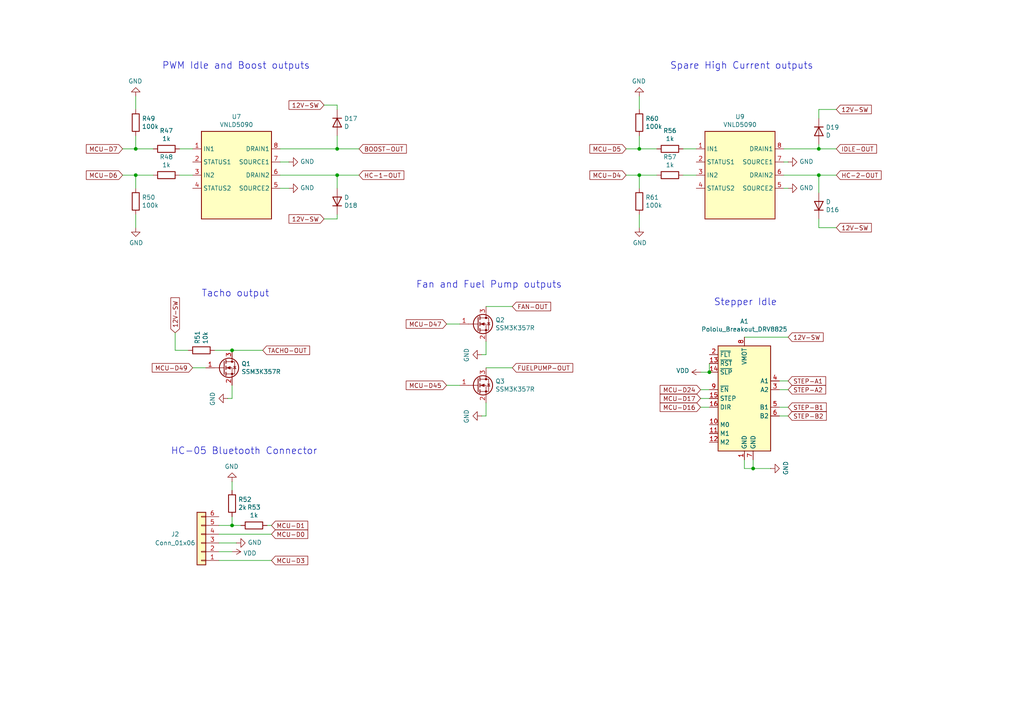
<source format=kicad_sch>
(kicad_sch (version 20250114) (generator "eeschema") (generator_version "9.0")
  (paper "A4")
  (title_block (title "0.4") (date "2021-03-27") (rev "4d") (company "Speeduino"))
  (lib_symbols
    (symbol "Connector_Generic:Conn_01x06" (pin_names (offset 1.016) (hide yes))
      (property "Reference" "J" (at 0 7.62 0))
      (property "Value" "Conn_01x06" (at 0 -10.16 0))
      (symbol "Conn_01x06_1_1"
        (rectangle (start -1.27 6.35) (end 1.27 -8.89) (stroke (width 0.254)) (fill (type background)))
        (rectangle (start -1.27 5.207) (end 0 4.953) (stroke (width 0.1524)))
        (rectangle (start -1.27 2.667) (end 0 2.413) (stroke (width 0.1524)))
        (rectangle (start -1.27 0.127) (end 0 -0.127) (stroke (width 0.1524)))
        (rectangle (start -1.27 -2.413) (end 0 -2.667) (stroke (width 0.1524)))
        (rectangle (start -1.27 -4.953) (end 0 -5.207) (stroke (width 0.1524)))
        (rectangle (start -1.27 -7.493) (end 0 -7.747) (stroke (width 0.1524)))
        (pin passive line (at -5.08 5.08 0) (length 3.81) (name "Pin_1") (number "1"))
        (pin passive line (at -5.08 2.54 0) (length 3.81) (name "Pin_2") (number "2"))
        (pin passive line (at -5.08 0 0) (length 3.81) (name "Pin_3") (number "3"))
        (pin passive line (at -5.08 -2.54 0) (length 3.81) (name "Pin_4") (number "4"))
        (pin passive line (at -5.08 -5.08 0) (length 3.81) (name "Pin_5") (number "5"))
        (pin passive line (at -5.08 -7.62 0) (length 3.81) (name "Pin_6") (number "6"))
      )
    )
    (symbol "Device:D" (pin_numbers (hide yes)) (pin_names (offset 1.016) (hide yes))
      (property "Reference" "D" (at 0 2.54 0))
      (property "Value" "D" (at 0 -2.54 0))
      (symbol "D_0_1"
        (polyline (pts (xy -1.27 1.27) (xy -1.27 -1.27)) (stroke (width 0.254)))
        (polyline (pts (xy 1.27 1.27) (xy 1.27 -1.27) (xy -1.27 0) (xy 1.27 1.27)) (stroke (width 0.254)))
        (polyline (pts (xy 1.27 0) (xy -1.27 0)))
      )
      (symbol "D_1_1"
        (pin passive line (at -3.81 0 0) (length 2.54) (name "K") (number "1"))
        (pin passive line (at 3.81 0 180) (length 2.54) (name "A") (number "2"))
      )
    )
    (symbol "Device:R" (pin_numbers (hide yes)) (pin_names (offset 0))
      (property "Reference" "R" (at 2.032 0 90))
      (property "Value" "R" (at 0 0 90))
      (symbol "R_0_1"
        (rectangle (start -1.016 -2.54) (end 1.016 2.54) (stroke (width 0.254)))
      )
      (symbol "R_1_1"
        (pin passive line (at 0 3.81 270) (length 1.27) (name "~") (number "1"))
        (pin passive line (at 0 -3.81 90) (length 1.27) (name "~") (number "2"))
      )
    )
    (symbol "Driver_Motor:Pololu_Breakout_DRV8825"
      (property "Reference" "A" (at -2.54 16.51 0))
      (property "Value" "Pololu_Breakout_DRV8825" (at -2.54 13.97 0))
      (symbol "Pololu_Breakout_DRV8825_0_1"
        (rectangle (start 7.62 -17.78) (end -7.62 12.7) (stroke (width 0.254)) (fill (type background)))
      )
      (symbol "Pololu_Breakout_DRV8825_1_1"
        (pin output line (at -10.16 10.16 0) (length 2.54) (name "~{FLT}") (number "2"))
        (pin input line (at -10.16 7.62 0) (length 2.54) (name "~{RST}") (number "13"))
        (pin input line (at -10.16 5.08 0) (length 2.54) (name "~{SLP}") (number "14"))
        (pin input line (at -10.16 0 0) (length 2.54) (name "~{EN}") (number "9"))
        (pin input line (at -10.16 -2.54 0) (length 2.54) (name "STEP") (number "15"))
        (pin input line (at -10.16 -5.08 0) (length 2.54) (name "DIR") (number "16"))
        (pin input line (at -10.16 -10.16 0) (length 2.54) (name "M0") (number "10"))
        (pin input line (at -10.16 -12.7 0) (length 2.54) (name "M1") (number "11"))
        (pin input line (at -10.16 -15.24 0) (length 2.54) (name "M2") (number "12"))
        (pin power_in line (at 0 15.24 270) (length 2.54) (name "VMOT") (number "8"))
        (pin power_in line (at 0 -20.32 90) (length 2.54) (name "GND") (number "1"))
        (pin power_in line (at 2.54 -20.32 90) (length 2.54) (name "GND") (number "7"))
        (pin output line (at 10.16 2.54 180) (length 2.54) (name "A1") (number "4"))
        (pin output line (at 10.16 0 180) (length 2.54) (name "A2") (number "3"))
        (pin output line (at 10.16 -5.08 180) (length 2.54) (name "B1") (number "5"))
        (pin output line (at 10.16 -7.62 180) (length 2.54) (name "B2") (number "6"))
      )
    )
    (symbol "Transistor_FET:2N7002" (pin_names (offset 0) (hide yes))
      (property "Reference" "Q" (at 5.08 1.905 0))
      (property "Value" "2N7002" (at 5.08 0 0))
      (symbol "2N7002_0_1"
        (polyline (pts (xy 0.254 1.905) (xy 0.254 -1.905)) (stroke (width 0.254)))
        (polyline (pts (xy 0.254 0) (xy -2.54 0)))
        (polyline (pts (xy 0.762 2.286) (xy 0.762 1.27)) (stroke (width 0.254)))
        (polyline (pts (xy 0.762 0.508) (xy 0.762 -0.508)) (stroke (width 0.254)))
        (polyline (pts (xy 0.762 -1.27) (xy 0.762 -2.286)) (stroke (width 0.254)))
        (polyline (pts (xy 0.762 -1.778) (xy 3.302 -1.778) (xy 3.302 1.778) (xy 0.762 1.778)))
        (polyline (pts (xy 1.016 0) (xy 2.032 0.381) (xy 2.032 -0.381) (xy 1.016 0)) (fill (type outline)))
        (circle (center 1.651 0) (radius 2.794) (stroke (width 0.254)))
        (polyline (pts (xy 2.54 2.54) (xy 2.54 1.778)))
        (circle (center 2.54 1.778) (radius 0.254) (fill (type outline)))
        (circle (center 2.54 -1.778) (radius 0.254) (fill (type outline)))
        (polyline (pts (xy 2.54 -2.54) (xy 2.54 0) (xy 0.762 0)))
        (polyline (pts (xy 2.921 0.381) (xy 3.683 0.381)))
        (polyline (pts (xy 3.302 0.381) (xy 2.921 -0.254) (xy 3.683 -0.254) (xy 3.302 0.381)))
      )
      (symbol "2N7002_1_1"
        (pin input line (at -5.08 0 0) (length 2.54) (name "G") (number "1"))
        (pin passive line (at 2.54 5.08 270) (length 2.54) (name "D") (number "3"))
        (pin passive line (at 2.54 -5.08 90) (length 2.54) (name "S") (number "2"))
      )
    )
    (symbol "power:GND" (power) (pin_numbers (hide yes)) (pin_names (offset 0) (hide yes))
      (property "Value" "GND" (at 0 -3.81 0))
      (symbol "GND_0_1"
        (polyline (pts (xy 0 0) (xy 0 -1.27) (xy 1.27 -1.27) (xy 0 -2.54) (xy -1.27 -1.27) (xy 0 -1.27)))
      )
      (symbol "GND_1_1"
        (pin power_in line (at 0 0 270) (length 0) (name "~") (number "1"))
      )
    )
    (symbol "power:VDD" (power) (pin_numbers (hide yes)) (pin_names (offset 0) (hide yes))
      (property "Value" "VDD" (at 0 3.556 0))
      (symbol "VDD_0_1"
        (polyline (pts (xy -0.762 1.27) (xy 0 2.54)))
        (polyline (pts (xy 0 2.54) (xy 0.762 1.27)))
        (polyline (pts (xy 0 0) (xy 0 2.54)))
      )
      (symbol "VDD_1_1"
        (pin power_in line (at 0 0 90) (length 0) (name "~") (number "1"))
      )
    )
    (symbol "v0.4.4c-rescue:VNLD5090-IC_Automotive"
      (property "Reference" "U" (at -7.62 11.43 0))
      (property "Value" "v0.4.4c-rescue_VNLD5090-IC_Automotive" (at 12.7 11.43 0))
      (symbol "VNLD5090-IC_Automotive_0_1"
        (rectangle (start -7.62 -15.24) (end 12.7 10.16) (stroke (width 0.254)) (fill (type background)))
      )
      (symbol "VNLD5090-IC_Automotive_1_1"
        (pin input line (at -10.16 5.08 0) (length 2.54) (name "IN1") (number "1"))
        (pin output line (at -10.16 1.27 0) (length 2.54) (name "STATUS1") (number "2"))
        (pin input line (at -10.16 -2.54 0) (length 2.54) (name "IN2") (number "3"))
        (pin output line (at -10.16 -6.35 0) (length 2.54) (name "STATUS2") (number "4"))
        (pin output line (at 15.24 5.08 180) (length 2.54) (name "DRAIN1") (number "8"))
        (pin input line (at 15.24 1.27 180) (length 2.54) (name "SOURCE1") (number "7"))
        (pin output line (at 15.24 -2.54 180) (length 2.54) (name "DRAIN2") (number "6"))
        (pin input line (at 15.24 -6.35 180) (length 2.54) (name "SOURCE2") (number "5"))
      )
    )
  )
  (text "Stepper Idle" (at 207.01 88.9 0) (effects (font (size 1.9812 1.9812)) (justify left bottom)))
  (text "PWM Idle and Boost outputs" (at 46.99 20.32 0) (effects (font (size 1.9812 1.9812)) (justify left bottom)))
  (text "Fan and Fuel Pump outputs" (at 120.65 83.82 0) (effects (font (size 1.9812 1.9812)) (justify left bottom)))
  (text "Tacho output" (at 58.42 86.36 0) (effects (font (size 1.9812 1.9812)) (justify left bottom)))
  (text "Spare High Current outputs" (at 194.31 20.32 0) (effects (font (size 1.9812 1.9812)) (justify left bottom)))
  (text "HC-05 Bluetooth Connector" (at 49.53 132.08 0) (effects (font (size 1.9812 1.9812)) (justify left bottom)))
  (junction (at 205.74 107.95))
  (junction (at 39.37 43.18))
  (junction (at 218.44 135.89))
  (junction (at 97.79 50.8))
  (junction (at 97.79 43.18))
  (junction (at 237.49 50.8))
  (junction (at 67.31 101.6))
  (junction (at 237.49 43.18))
  (junction (at 67.31 152.4))
  (junction (at 39.37 50.8))
  (junction (at 185.42 43.18))
  (junction (at 185.42 50.8))
  (wire (pts (xy 237.49 66.04) (xy 237.49 63.5)))
  (wire (pts (xy 67.31 152.4) (xy 69.85 152.4)))
  (wire (pts (xy 68.58 157.48) (xy 63.5 157.48)))
  (wire (pts (xy 237.49 66.04) (xy 242.57 66.04)))
  (wire (pts (xy 67.31 111.76) (xy 67.31 115.57)))
  (wire (pts (xy 181.61 50.8) (xy 185.42 50.8)))
  (wire (pts (xy 237.49 50.8) (xy 242.57 50.8)))
  (wire (pts (xy 226.06 118.11) (xy 228.6 118.11)))
  (wire (pts (xy 55.88 106.68) (xy 59.69 106.68)))
  (wire (pts (xy 129.54 93.98) (xy 133.35 93.98)))
  (wire (pts (xy 39.37 54.61) (xy 39.37 50.8)))
  (wire (pts (xy 93.98 30.48) (xy 97.79 30.48)))
  (wire (pts (xy 39.37 50.8) (xy 44.45 50.8)))
  (wire (pts (xy 215.9 135.89) (xy 215.9 133.35)))
  (wire (pts (xy 140.97 106.68) (xy 148.59 106.68)))
  (wire (pts (xy 185.42 39.37) (xy 185.42 43.18)))
  (wire (pts (xy 185.42 31.75) (xy 185.42 27.94)))
  (wire (pts (xy 226.06 110.49) (xy 228.6 110.49)))
  (wire (pts (xy 97.79 50.8) (xy 97.79 54.61)))
  (wire (pts (xy 62.23 101.6) (xy 67.31 101.6)))
  (wire (pts (xy 63.5 162.56) (xy 78.74 162.56)))
  (wire (pts (xy 52.07 43.18) (xy 55.88 43.18)))
  (wire (pts (xy 227.33 43.18) (xy 237.49 43.18)))
  (wire (pts (xy 97.79 39.37) (xy 97.79 43.18)))
  (wire (pts (xy 81.28 50.8) (xy 97.79 50.8)))
  (wire (pts (xy 223.52 135.89) (xy 218.44 135.89)))
  (wire (pts (xy 140.97 88.9) (xy 148.59 88.9)))
  (wire (pts (xy 203.2 107.95) (xy 205.74 107.95)))
  (wire (pts (xy 104.14 43.18) (xy 97.79 43.18)))
  (wire (pts (xy 185.42 50.8) (xy 190.5 50.8)))
  (wire (pts (xy 140.97 99.06) (xy 140.97 102.87)))
  (wire (pts (xy 205.74 107.95) (xy 205.74 105.41)))
  (wire (pts (xy 81.28 46.99) (xy 83.82 46.99)))
  (wire (pts (xy 39.37 31.75) (xy 39.37 27.94)))
  (wire (pts (xy 181.61 43.18) (xy 185.42 43.18)))
  (wire (pts (xy 129.54 111.76) (xy 133.35 111.76)))
  (wire (pts (xy 63.5 152.4) (xy 67.31 152.4)))
  (wire (pts (xy 218.44 133.35) (xy 218.44 135.89)))
  (wire (pts (xy 237.49 43.18) (xy 242.57 43.18)))
  (wire (pts (xy 97.79 50.8) (xy 104.14 50.8)))
  (wire (pts (xy 67.31 115.57) (xy 66.04 115.57)))
  (wire (pts (xy 215.9 97.79) (xy 228.6 97.79)))
  (wire (pts (xy 203.2 113.03) (xy 205.74 113.03)))
  (wire (pts (xy 97.79 63.5) (xy 93.98 63.5)))
  (wire (pts (xy 52.07 50.8) (xy 55.88 50.8)))
  (wire (pts (xy 39.37 39.37) (xy 39.37 43.18)))
  (wire (pts (xy 35.56 50.8) (xy 39.37 50.8)))
  (wire (pts (xy 237.49 31.75) (xy 242.57 31.75)))
  (wire (pts (xy 228.6 54.61) (xy 227.33 54.61)))
  (wire (pts (xy 50.8 101.6) (xy 54.61 101.6)))
  (wire (pts (xy 140.97 120.65) (xy 139.7 120.65)))
  (wire (pts (xy 67.31 160.02) (xy 63.5 160.02)))
  (wire (pts (xy 67.31 149.86) (xy 67.31 152.4)))
  (wire (pts (xy 97.79 30.48) (xy 97.79 31.75)))
  (wire (pts (xy 67.31 139.7) (xy 67.31 142.24)))
  (wire (pts (xy 39.37 62.23) (xy 39.37 66.04)))
  (wire (pts (xy 77.47 152.4) (xy 78.74 152.4)))
  (wire (pts (xy 237.49 50.8) (xy 237.49 55.88)))
  (wire (pts (xy 78.74 154.94) (xy 63.5 154.94)))
  (wire (pts (xy 97.79 62.23) (xy 97.79 63.5)))
  (wire (pts (xy 203.2 118.11) (xy 205.74 118.11)))
  (wire (pts (xy 44.45 43.18) (xy 39.37 43.18)))
  (wire (pts (xy 205.74 115.57) (xy 203.2 115.57)))
  (wire (pts (xy 35.56 43.18) (xy 39.37 43.18)))
  (wire (pts (xy 185.42 54.61) (xy 185.42 50.8)))
  (wire (pts (xy 227.33 46.99) (xy 228.6 46.99)))
  (wire (pts (xy 190.5 43.18) (xy 185.42 43.18)))
  (wire (pts (xy 83.82 54.61) (xy 81.28 54.61)))
  (wire (pts (xy 237.49 41.91) (xy 237.49 43.18)))
  (wire (pts (xy 97.79 43.18) (xy 81.28 43.18)))
  (wire (pts (xy 228.6 113.03) (xy 226.06 113.03)))
  (wire (pts (xy 218.44 135.89) (xy 215.9 135.89)))
  (wire (pts (xy 237.49 31.75) (xy 237.49 34.29)))
  (wire (pts (xy 50.8 96.52) (xy 50.8 101.6)))
  (wire (pts (xy 228.6 120.65) (xy 226.06 120.65)))
  (wire (pts (xy 140.97 116.84) (xy 140.97 120.65)))
  (wire (pts (xy 67.31 101.6) (xy 76.2 101.6)))
  (wire (pts (xy 227.33 50.8) (xy 237.49 50.8)))
  (wire (pts (xy 185.42 62.23) (xy 185.42 66.04)))
  (wire (pts (xy 198.12 50.8) (xy 201.93 50.8)))
  (wire (pts (xy 140.97 102.87) (xy 139.7 102.87)))
  (wire (pts (xy 198.12 43.18) (xy 201.93 43.18)))
  (global_label "12V-SW" (shape input) (at 50.8 96.52 90) (property "Intersheetrefs" "${INTERSHEET_REFS}" (effects (hide yes))))
  (global_label "MCU-D49" (shape input) (at 55.88 106.68 180) (property "Intersheetrefs" "${INTERSHEET_REFS}" (effects (hide yes))))
  (global_label "BOOST-OUT" (shape input) (at 104.14 43.18 0) (property "Intersheetrefs" "${INTERSHEET_REFS}" (effects (hide yes))))
  (global_label "12V-SW" (shape input) (at 242.57 66.04 0) (property "Intersheetrefs" "${INTERSHEET_REFS}" (effects (hide yes))))
  (global_label "MCU-D24" (shape input) (at 203.2 113.03 180) (property "Intersheetrefs" "${INTERSHEET_REFS}" (effects (hide yes))))
  (global_label "STEP-B1" (shape input) (at 228.6 118.11 0) (property "Intersheetrefs" "${INTERSHEET_REFS}" (effects (hide yes))))
  (global_label "STEP-A1" (shape input) (at 228.6 110.49 0) (property "Intersheetrefs" "${INTERSHEET_REFS}" (effects (hide yes))))
  (global_label "12V-SW" (shape input) (at 93.98 63.5 180) (property "Intersheetrefs" "${INTERSHEET_REFS}" (effects (hide yes))))
  (global_label "12V-SW" (shape input) (at 242.57 31.75 0) (property "Intersheetrefs" "${INTERSHEET_REFS}" (effects (hide yes))))
  (global_label "STEP-A2" (shape input) (at 228.6 113.03 0) (property "Intersheetrefs" "${INTERSHEET_REFS}" (effects (hide yes))))
  (global_label "HC-1-OUT" (shape input) (at 104.14 50.8 0) (property "Intersheetrefs" "${INTERSHEET_REFS}" (effects (hide yes))))
  (global_label "12V-SW" (shape input) (at 228.6 97.79 0) (property "Intersheetrefs" "${INTERSHEET_REFS}" (effects (hide yes))))
  (global_label "MCU-D45" (shape input) (at 129.54 111.76 180) (property "Intersheetrefs" "${INTERSHEET_REFS}" (effects (hide yes))))
  (global_label "MCU-D17" (shape input) (at 203.2 115.57 180) (property "Intersheetrefs" "${INTERSHEET_REFS}" (effects (hide yes))))
  (global_label "MCU-D1" (shape input) (at 78.74 152.4 0) (property "Intersheetrefs" "${INTERSHEET_REFS}" (effects (hide yes))))
  (global_label "MCU-D0" (shape input) (at 78.74 154.94 0) (property "Intersheetrefs" "${INTERSHEET_REFS}" (effects (hide yes))))
  (global_label "MCU-D6" (shape input) (at 35.56 50.8 180) (property "Intersheetrefs" "${INTERSHEET_REFS}" (effects (hide yes))))
  (global_label "TACHO-OUT" (shape input) (at 76.2 101.6 0) (property "Intersheetrefs" "${INTERSHEET_REFS}" (effects (hide yes))))
  (global_label "12V-SW" (shape input) (at 93.98 30.48 180) (property "Intersheetrefs" "${INTERSHEET_REFS}" (effects (hide yes))))
  (global_label "MCU-D7" (shape input) (at 35.56 43.18 180) (property "Intersheetrefs" "${INTERSHEET_REFS}" (effects (hide yes))))
  (global_label "FUELPUMP-OUT" (shape input) (at 148.59 106.68 0) (property "Intersheetrefs" "${INTERSHEET_REFS}" (effects (hide yes))))
  (global_label "HC-2-OUT" (shape input) (at 242.57 50.8 0) (property "Intersheetrefs" "${INTERSHEET_REFS}" (effects (hide yes))))
  (global_label "MCU-D4" (shape input) (at 181.61 50.8 180) (property "Intersheetrefs" "${INTERSHEET_REFS}" (effects (hide yes))))
  (global_label "FAN-OUT" (shape input) (at 148.59 88.9 0) (property "Intersheetrefs" "${INTERSHEET_REFS}" (effects (hide yes))))
  (global_label "MCU-D16" (shape input) (at 203.2 118.11 180) (property "Intersheetrefs" "${INTERSHEET_REFS}" (effects (hide yes))))
  (global_label "MCU-D5" (shape input) (at 181.61 43.18 180) (property "Intersheetrefs" "${INTERSHEET_REFS}" (effects (hide yes))))
  (global_label "STEP-B2" (shape input) (at 228.6 120.65 0) (property "Intersheetrefs" "${INTERSHEET_REFS}" (effects (hide yes))))
  (global_label "MCU-D47" (shape input) (at 129.54 93.98 180) (property "Intersheetrefs" "${INTERSHEET_REFS}" (effects (hide yes))))
  (global_label "IDLE-OUT" (shape input) (at 242.57 43.18 0) (property "Intersheetrefs" "${INTERSHEET_REFS}" (effects (hide yes))))
  (global_label "MCU-D3" (shape input) (at 78.74 162.56 0) (property "Intersheetrefs" "${INTERSHEET_REFS}" (effects (hide yes))))
  (symbol (lib_id "Device:D") (at 237.49 38.1 270) (unit 1)
    (property "Reference" "D19" (at 239.4966 36.9316 90) (effects (justify left)))
    (property "Value" "D" (at 239.4966 39.243 90) (effects (justify left)))
    (property "Footprint" "Diode_SMD:D_SOD-123F" (effects (hide yes)))
    (property "Digikey Part Number" "S110FACT-ND" (effects (hide yes)))
    (property "Manufacturer_Name" "ONSEMI" (effects (hide yes)))
    (property "Manufacturer_Part_Number" "S110FA" (effects (hide yes)))
    (property "URL" "https://www.digikey.com/en/products/detail/on-semiconductor/S110FA/5892098" (effects (hide yes)))
  )
  (symbol (lib_id "v0.4.4c-rescue:VNLD5090-IC_Automotive") (at 66.04 48.26 0) (unit 1)
    (property "Reference" "U7" (at 68.58 33.8582 0))
    (property "Value" "VNLD5090" (at 68.58 36.1696 0))
    (property "Footprint" "Package_SO:SOIC-8_3.9x4.9mm_P1.27mm" (effects (hide yes)))
    (property "Datasheet" "https://www.st.com/resource/en/datasheet/vnld5090-e.pdf" (effects (hide yes)))
    (property "Manufacturer_Name" "STMicro" (effects (hide yes)))
    (property "Manufacturer_Part_Number" "VNLD5090-E" (effects (hide yes)))
    (property "URL" "https://www.digikey.com.au/products/en?keywords=VNLD5090-E" (effects (hide yes)))
    (property "Digikey Part Number" "497-18682-ND" (effects (hide yes)))
  )
  (symbol (lib_id "Device:R") (at 48.26 43.18 270) (unit 1)
    (property "Reference" "R47" (at 48.26 37.9222 90))
    (property "Value" "1k" (at 48.26 40.2336 90))
    (property "Footprint" "Resistor_SMD:R_0805_2012Metric" (effects (hide yes)))
    (property "Digikey Part Number" "311-1.00KCRCT-ND" (effects (hide yes)))
    (property "Manufacturer_Name" "Yageo" (effects (hide yes)))
    (property "Manufacturer_Part_Number" "RC0805FR-071KL" (effects (hide yes)))
    (property "URL" "https://www.digikey.com/product-detail/en/yageo/RC0805FR-071KL/311-1.00KCRCT-ND/730391" (effects (hide yes)))
  )
  (symbol (lib_id "Device:R") (at 48.26 50.8 270) (unit 1)
    (property "Reference" "R48" (at 48.26 45.5422 90))
    (property "Value" "1k" (at 48.26 47.8536 90))
    (property "Footprint" "Resistor_SMD:R_0805_2012Metric" (effects (hide yes)))
    (property "Digikey Part Number" "311-1.00KCRCT-ND" (effects (hide yes)))
    (property "Manufacturer_Name" "Yageo" (effects (hide yes)))
    (property "Manufacturer_Part_Number" "RC0805FR-071KL" (effects (hide yes)))
    (property "URL" "https://www.digikey.com/product-detail/en/yageo/RC0805FR-071KL/311-1.00KCRCT-ND/730391" (effects (hide yes)))
  )
  (symbol (lib_id "Device:R") (at 39.37 58.42 180) (unit 1)
    (property "Reference" "R50" (at 41.148 57.2516 0) (effects (justify right)))
    (property "Value" "100k" (at 41.148 59.563 0) (effects (justify right)))
    (property "Footprint" "Resistor_SMD:R_0805_2012Metric" (effects (hide yes)))
    (property "Digikey Part Number" "311-100KCRCT-ND" (effects (hide yes)))
    (property "Manufacturer_Name" "Yageo" (effects (hide yes)))
    (property "Manufacturer_Part_Number" "RC0805FR-07100KL" (effects (hide yes)))
    (property "URL" "https://www.digikey.com/product-detail/en/yageo/RC0805FR-07100KL/311-100KCRCT-ND/730491" (effects (hide yes)))
  )
  (symbol (lib_id "Device:R") (at 39.37 35.56 180) (unit 1)
    (property "Reference" "R49" (at 41.148 34.3916 0) (effects (justify right)))
    (property "Value" "100k" (at 41.148 36.703 0) (effects (justify right)))
    (property "Footprint" "Resistor_SMD:R_0805_2012Metric" (effects (hide yes)))
    (property "Digikey Part Number" "311-100KCRCT-ND" (effects (hide yes)))
    (property "Manufacturer_Name" "Yageo" (effects (hide yes)))
    (property "Manufacturer_Part_Number" "RC0805FR-07100KL" (effects (hide yes)))
    (property "URL" "https://www.digikey.com/product-detail/en/yageo/RC0805FR-07100KL/311-100KCRCT-ND/730491" (effects (hide yes)))
  )
  (symbol (lib_id "power:GND") (at 39.37 27.94 180) (unit 1)
    (property "Reference" "#PWR056" (effects (hide yes)))
    (property "Value" "GND" (at 39.243 23.5458 0))
  )
  (symbol (lib_id "power:GND") (at 39.37 66.04 0) (unit 1)
    (property "Reference" "#PWR057" (effects (hide yes)))
    (property "Value" "GND" (at 39.497 70.4342 0))
  )
  (symbol (lib_id "power:GND") (at 83.82 46.99 90) (unit 1)
    (property "Reference" "#PWR058" (effects (hide yes)))
    (property "Value" "GND" (at 87.0712 46.863 90) (effects (justify right)))
  )
  (symbol (lib_id "power:GND") (at 83.82 54.61 90) (unit 1)
    (property "Reference" "#PWR059" (effects (hide yes)))
    (property "Value" "GND" (at 87.0712 54.483 90) (effects (justify right)))
  )
  (symbol (lib_id "v0.4.4c-rescue:VNLD5090-IC_Automotive") (at 212.09 48.26 0) (unit 1)
    (property "Reference" "U9" (at 214.63 33.8582 0))
    (property "Value" "VNLD5090" (at 214.63 36.1696 0))
    (property "Footprint" "Package_SO:SOIC-8_3.9x4.9mm_P1.27mm" (effects (hide yes)))
    (property "Datasheet" "https://www.st.com/resource/en/datasheet/vnld5090-e.pdf" (effects (hide yes)))
    (property "Manufacturer_Name" "STMicro" (effects (hide yes)))
    (property "Manufacturer_Part_Number" "VNLD5090-E" (effects (hide yes)))
    (property "URL" "https://www.digikey.com.au/products/en?keywords=VNLD5090-E" (effects (hide yes)))
    (property "Digikey Part Number" "497-18682-ND" (effects (hide yes)))
  )
  (symbol (lib_id "Device:R") (at 194.31 43.18 270) (unit 1)
    (property "Reference" "R56" (at 194.31 37.9222 90))
    (property "Value" "1k" (at 194.31 40.2336 90))
    (property "Footprint" "Resistor_SMD:R_0805_2012Metric" (effects (hide yes)))
    (property "Digikey Part Number" "311-1.00KCRCT-ND" (effects (hide yes)))
    (property "Manufacturer_Name" "Yageo" (effects (hide yes)))
    (property "Manufacturer_Part_Number" "RC0805FR-071KL" (effects (hide yes)))
    (property "URL" "https://www.digikey.com/product-detail/en/yageo/RC0805FR-071KL/311-1.00KCRCT-ND/730391" (effects (hide yes)))
  )
  (symbol (lib_id "Device:R") (at 194.31 50.8 270) (unit 1)
    (property "Reference" "R57" (at 194.31 45.5422 90))
    (property "Value" "1k" (at 194.31 47.8536 90))
    (property "Footprint" "Resistor_SMD:R_0805_2012Metric" (effects (hide yes)))
    (property "Digikey Part Number" "311-1.00KCRCT-ND" (effects (hide yes)))
    (property "Manufacturer_Name" "Yageo" (effects (hide yes)))
    (property "Manufacturer_Part_Number" "RC0805FR-071KL" (effects (hide yes)))
    (property "URL" "https://www.digikey.com/product-detail/en/yageo/RC0805FR-071KL/311-1.00KCRCT-ND/730391" (effects (hide yes)))
  )
  (symbol (lib_id "Device:R") (at 185.42 58.42 180) (unit 1)
    (property "Reference" "R61" (at 187.198 57.2516 0) (effects (justify right)))
    (property "Value" "100k" (at 187.198 59.563 0) (effects (justify right)))
    (property "Footprint" "Resistor_SMD:R_0805_2012Metric" (effects (hide yes)))
    (property "Digikey Part Number" "311-100KCRCT-ND" (effects (hide yes)))
    (property "Manufacturer_Name" "Yageo" (effects (hide yes)))
    (property "Manufacturer_Part_Number" "RC0805FR-07100KL" (effects (hide yes)))
    (property "URL" "https://www.digikey.com/product-detail/en/yageo/RC0805FR-07100KL/311-100KCRCT-ND/730491" (effects (hide yes)))
  )
  (symbol (lib_id "Device:R") (at 185.42 35.56 180) (unit 1)
    (property "Reference" "R60" (at 187.198 34.3916 0) (effects (justify right)))
    (property "Value" "100k" (at 187.198 36.703 0) (effects (justify right)))
    (property "Footprint" "Resistor_SMD:R_0805_2012Metric" (effects (hide yes)))
    (property "Digikey Part Number" "311-100KCRCT-ND" (effects (hide yes)))
    (property "Manufacturer_Name" "Yageo" (effects (hide yes)))
    (property "Manufacturer_Part_Number" "RC0805FR-07100KL" (effects (hide yes)))
    (property "URL" "https://www.digikey.com/product-detail/en/yageo/RC0805FR-07100KL/311-100KCRCT-ND/730491" (effects (hide yes)))
  )
  (symbol (lib_id "power:GND") (at 185.42 27.94 180) (unit 1)
    (property "Reference" "#PWR065" (effects (hide yes)))
    (property "Value" "GND" (at 185.293 23.5458 0))
  )
  (symbol (lib_id "power:GND") (at 185.42 66.04 0) (unit 1)
    (property "Reference" "#PWR066" (effects (hide yes)))
    (property "Value" "GND" (at 185.547 70.4342 0))
  )
  (symbol (lib_id "power:GND") (at 228.6 46.99 90) (unit 1)
    (property "Reference" "#PWR069" (effects (hide yes)))
    (property "Value" "GND" (at 231.8512 46.863 90) (effects (justify right)))
  )
  (symbol (lib_id "power:GND") (at 228.6 54.61 90) (unit 1)
    (property "Reference" "#PWR070" (effects (hide yes)))
    (property "Value" "GND" (at 231.8512 54.483 90) (effects (justify right)))
  )
  (symbol (lib_id "Device:R") (at 58.42 101.6 270) (unit 1)
    (property "Reference" "R51" (at 57.2516 99.822 0) (effects (justify right)))
    (property "Value" "10k" (at 59.563 99.822 0) (effects (justify right)))
    (property "Footprint" "Resistor_SMD:R_0805_2012Metric" (effects (hide yes)))
    (property "Digikey Part Number" "311-10KARCT-ND" (effects (hide yes)))
    (property "Manufacturer_Name" "Yageo" (effects (hide yes)))
    (property "Manufacturer_Part_Number" "RC0805JR-0710KL" (effects (hide yes)))
    (property "URL" "https://www.digikey.com/product-detail/en/yageo/RC0805JR-0710KL/311-10KARCT-ND/731188" (effects (hide yes)))
  )
  (symbol (lib_id "Connector_Generic:Conn_01x06") (at 58.42 157.48 180) (unit 1)
    (property "Reference" "J2" (at 50.8 154.94 0))
    (property "Value" "Conn_01x06" (at 50.8 157.48 0))
    (property "Footprint" "Connector_PinHeader_2.54mm:PinHeader_1x06_P2.54mm_Vertical" (effects (hide yes)))
  )
  (symbol (lib_id "power:VDD") (at 67.31 160.02 270) (unit 1)
    (property "Reference" "#PWR061" (effects (hide yes)))
    (property "Value" "VDD" (at 70.5612 160.4518 90) (effects (justify left)))
  )
  (symbol (lib_id "power:GND") (at 68.58 157.48 90) (unit 1)
    (property "Reference" "#PWR062" (effects (hide yes)))
    (property "Value" "GND" (at 71.8312 157.353 90) (effects (justify right)))
  )
  (symbol (lib_id "Device:R") (at 73.66 152.4 270) (unit 1)
    (property "Reference" "R53" (at 73.66 147.1422 90))
    (property "Value" "1k" (at 73.66 149.4536 90))
    (property "Footprint" "Resistor_SMD:R_0805_2012Metric" (effects (hide yes)))
    (property "Digikey Part Number" "311-1.00KCRCT-ND" (effects (hide yes)))
    (property "Manufacturer_Name" "Yageo" (effects (hide yes)))
    (property "Manufacturer_Part_Number" "RC0805FR-071KL" (effects (hide yes)))
    (property "URL" "https://www.digikey.com/product-detail/en/yageo/RC0805FR-071KL/311-1.00KCRCT-ND/730391" (effects (hide yes)))
  )
  (symbol (lib_id "Device:R") (at 67.31 146.05 180) (unit 1)
    (property "Reference" "R52" (at 69.088 144.8816 0) (effects (justify right)))
    (property "Value" "2k" (at 69.088 147.193 0) (effects (justify right)))
    (property "Footprint" "Resistor_SMD:R_0805_2012Metric" (effects (hide yes)))
    (property "Digikey Part Number" "311-2.00KCRCT-ND" (effects (hide yes)))
    (property "Manufacturer_Name" "Yageo" (effects (hide yes)))
    (property "Manufacturer_Part_Number" "RC0805FR-072KL" (effects (hide yes)))
    (property "URL" "https://www.digikey.com/product-detail/en/yageo/RC0805FR-072KL/311-2.00KCRCT-ND/730611" (effects (hide yes)))
  )
  (symbol (lib_id "power:GND") (at 67.31 139.7 180) (unit 1)
    (property "Reference" "#PWR060" (effects (hide yes)))
    (property "Value" "GND" (at 67.183 135.3058 0))
  )
  (symbol (lib_id "Driver_Motor:Pololu_Breakout_DRV8825") (at 215.9 113.03 0) (unit 1)
    (property "Reference" "A1" (at 215.9 93.1926 0))
    (property "Value" "Pololu_Breakout_DRV8825" (at 215.9 95.504 0))
    (property "Footprint" "Module:Pololu_Breakout-16_15.2x20.3mm" (effects (hide yes)))
    (property "Datasheet" "https://www.pololu.com/product/2982" (effects (hide yes)))
  )
  (symbol (lib_id "power:GND") (at 223.52 135.89 90) (unit 1)
    (property "Reference" "#PWR0110" (effects (hide yes)))
    (property "Value" "GND" (at 227.9142 135.763 0))
  )
  (symbol (lib_id "power:VDD") (at 203.2 107.95 90) (unit 1)
    (property "Reference" "#PWR0111" (effects (hide yes)))
    (property "Value" "VDD" (at 199.9488 107.5182 90) (effects (justify left)))
  )
  (symbol (lib_id "Transistor_FET:2N7002") (at 64.77 106.68 0) (unit 1)
    (property "Reference" "Q1" (at 70.0024 105.5116 0) (effects (justify left)))
    (property "Value" "SSM3K357R" (at 70.0024 107.823 0) (effects (justify left)))
    (property "Footprint" "Package_TO_SOT_SMD:SOT-23" (effects (hide yes)))
    (property "Datasheet" "https://www.mouser.com/datasheet/2/408/SSM3K357R_datasheet_en_20180124-1316146.pdf" (effects (hide yes)))
    (property "Digikey Part Number" "SSM3K357RLFCT-ND " (effects (hide yes)))
    (property "Manufacturer_Name" "Toshiba" (effects (hide yes)))
    (property "Manufacturer_Part_Number" "SSM3K357R" (effects (hide yes)))
    (property "URL" "https://www.digikey.com.au/product-detail/en/toshiba-semiconductor-and-storage/SSM3K357RLF/SSM3K357RLFCT-ND/8611183" (effects (hide yes)))
  )
  (symbol (lib_id "Transistor_FET:2N7002") (at 138.43 111.76 0) (unit 1)
    (property "Reference" "Q3" (at 143.6624 110.5916 0) (effects (justify left)))
    (property "Value" "SSM3K357R" (at 143.6624 112.903 0) (effects (justify left)))
    (property "Footprint" "Package_TO_SOT_SMD:SOT-23" (effects (hide yes)))
    (property "Datasheet" "https://www.mouser.com/datasheet/2/408/SSM3K357R_datasheet_en_20180124-1316146.pdf" (effects (hide yes)))
    (property "Digikey Part Number" "SSM3K357RLFCT-ND " (effects (hide yes)))
    (property "Manufacturer_Name" "Toshiba" (effects (hide yes)))
    (property "Manufacturer_Part_Number" "SSM3K357R" (effects (hide yes)))
    (property "URL" "https://www.digikey.com.au/product-detail/en/toshiba-semiconductor-and-storage/SSM3K357RLF/SSM3K357RLFCT-ND/8611183" (effects (hide yes)))
  )
  (symbol (lib_id "Transistor_FET:2N7002") (at 138.43 93.98 0) (unit 1)
    (property "Reference" "Q2" (at 143.6624 92.8116 0) (effects (justify left)))
    (property "Value" "SSM3K357R" (at 143.6624 95.123 0) (effects (justify left)))
    (property "Footprint" "Package_TO_SOT_SMD:SOT-23" (effects (hide yes)))
    (property "Datasheet" "https://www.mouser.com/datasheet/2/408/SSM3K357R_datasheet_en_20180124-1316146.pdf" (effects (hide yes)))
    (property "Digikey Part Number" "SSM3K357RLFCT-ND " (effects (hide yes)))
    (property "Manufacturer_Name" "Toshiba" (effects (hide yes)))
    (property "Manufacturer_Part_Number" "SSM3K357R" (effects (hide yes)))
    (property "URL" "https://www.digikey.com.au/product-detail/en/toshiba-semiconductor-and-storage/SSM3K357RLF/SSM3K357RLFCT-ND/8611183" (effects (hide yes)))
  )
  (symbol (lib_id "power:GND") (at 139.7 120.65 270) (unit 1)
    (property "Reference" "#PWR0112" (effects (hide yes)))
    (property "Value" "GND" (at 135.3058 120.777 0))
  )
  (symbol (lib_id "power:GND") (at 139.7 102.87 270) (unit 1)
    (property "Reference" "#PWR0113" (effects (hide yes)))
    (property "Value" "GND" (at 135.3058 102.997 0))
  )
  (symbol (lib_id "power:GND") (at 66.04 115.57 270) (unit 1)
    (property "Reference" "#PWR0114" (effects (hide yes)))
    (property "Value" "GND" (at 61.6458 115.697 0))
  )
  (symbol (lib_id "Device:D") (at 237.49 59.69 270) (mirror x) (unit 1)
    (property "Reference" "D16" (at 239.4966 60.8584 90) (effects (justify left)))
    (property "Value" "D" (at 239.4966 58.547 90) (effects (justify left)))
    (property "Footprint" "Diode_SMD:D_SOD-123F" (effects (hide yes)))
    (property "Digikey Part Number" "S110FACT-ND" (effects (hide yes)))
    (property "Manufacturer_Name" "ONSEMI" (effects (hide yes)))
    (property "Manufacturer_Part_Number" "S110FA" (effects (hide yes)))
    (property "URL" "https://www.digikey.com/en/products/detail/on-semiconductor/S110FA/5892098" (effects (hide yes)))
  )
  (symbol (lib_id "Device:D") (at 97.79 35.56 270) (unit 1)
    (property "Reference" "D17" (at 99.7966 34.3916 90) (effects (justify left)))
    (property "Value" "D" (at 99.7966 36.703 90) (effects (justify left)))
    (property "Footprint" "Diode_SMD:D_SOD-123F" (effects (hide yes)))
    (property "Digikey Part Number" "S110FACT-ND" (effects (hide yes)))
    (property "Manufacturer_Name" "ONSEMI" (effects (hide yes)))
    (property "Manufacturer_Part_Number" "S110FA" (effects (hide yes)))
    (property "URL" "https://www.digikey.com/en/products/detail/on-semiconductor/S110FA/5892098" (effects (hide yes)))
  )
  (symbol (lib_id "Device:D") (at 97.79 58.42 270) (mirror x) (unit 1)
    (property "Reference" "D18" (at 99.7966 59.5884 90) (effects (justify left)))
    (property "Value" "D" (at 99.7966 57.277 90) (effects (justify left)))
    (property "Footprint" "Diode_SMD:D_SOD-123F" (effects (hide yes)))
    (property "Digikey Part Number" "S110FACT-ND" (effects (hide yes)))
    (property "Manufacturer_Name" "ONSEMI" (effects (hide yes)))
    (property "Manufacturer_Part_Number" "S110FA" (effects (hide yes)))
    (property "URL" "https://www.digikey.com/en/products/detail/on-semiconductor/S110FA/5892098" (effects (hide yes)))
  )
)
</source>
